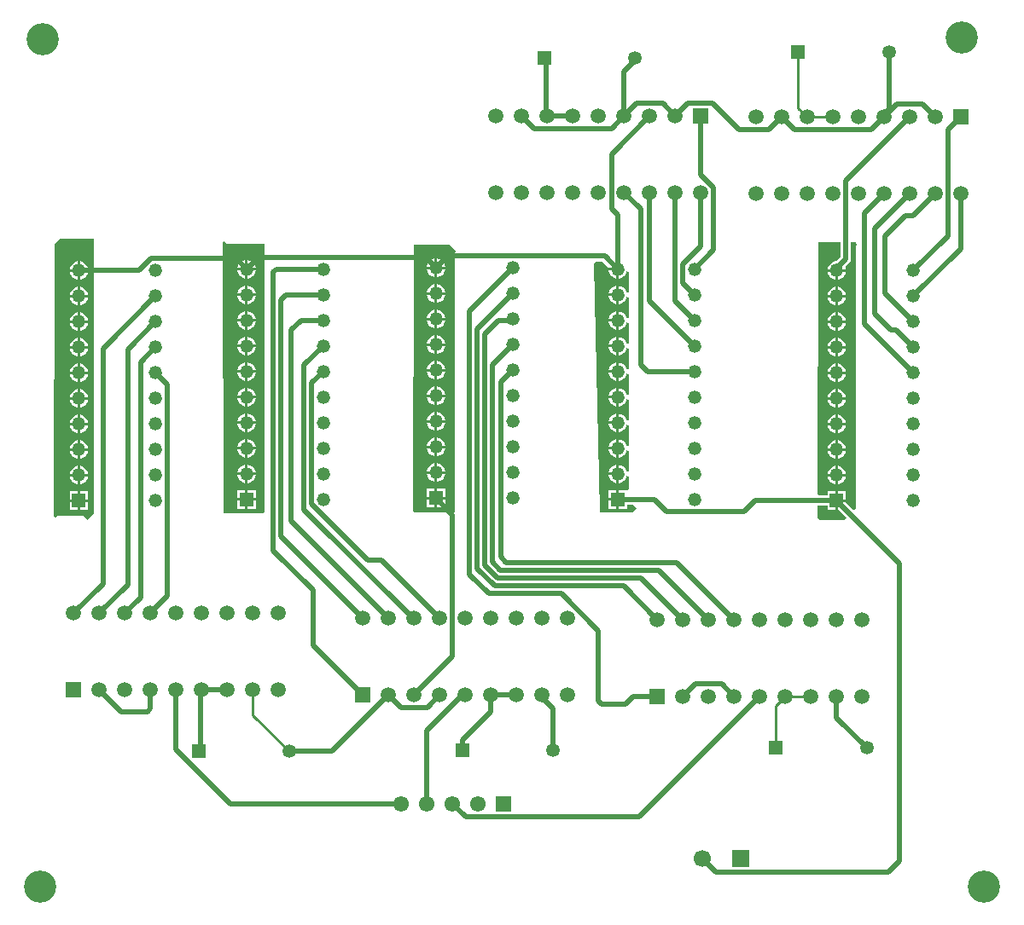
<source format=gtl>
G04*
G04 #@! TF.GenerationSoftware,Altium Limited,Altium Designer,25.2.1 (25)*
G04*
G04 Layer_Physical_Order=1*
G04 Layer_Color=255*
%FSLAX25Y25*%
%MOIN*%
G70*
G04*
G04 #@! TF.SameCoordinates,F99C0EAD-8B59-483C-989D-22E72BE8A830*
G04*
G04*
G04 #@! TF.FilePolarity,Positive*
G04*
G01*
G75*
%ADD13C,0.01000*%
%ADD25C,0.02000*%
%ADD26C,0.12598*%
%ADD27C,0.06693*%
%ADD28R,0.06693X0.06693*%
%ADD29R,0.05906X0.05906*%
%ADD30C,0.05906*%
%ADD31C,0.05315*%
%ADD32R,0.05315X0.05315*%
%ADD33C,0.05200*%
%ADD34R,0.05200X0.05200*%
%ADD35R,0.06102X0.06102*%
%ADD36C,0.06102*%
G36*
X159000Y285000D02*
X156500Y282500D01*
X155000Y284000D01*
X144500D01*
Y283665D01*
X143983Y283254D01*
X143008Y283689D01*
X143500Y390500D01*
X145500Y392500D01*
X159000D01*
Y285000D01*
D02*
G37*
G36*
X211000Y390500D02*
X225500D01*
Y285500D01*
X225000Y285000D01*
X209500D01*
X209006Y391186D01*
X209929Y391571D01*
X211000Y390500D01*
D02*
G37*
G36*
X359951Y381165D02*
X359907Y381000D01*
X363500D01*
Y380500D01*
X364000D01*
Y376907D01*
X364890Y377145D01*
X365710Y377619D01*
X366381Y378290D01*
X366855Y379110D01*
X367000Y379653D01*
X368000Y379521D01*
Y371479D01*
X367000Y371347D01*
X366855Y371890D01*
X366381Y372710D01*
X365710Y373381D01*
X364890Y373855D01*
X364000Y374093D01*
Y370500D01*
Y366907D01*
X364890Y367145D01*
X365710Y367619D01*
X366381Y368290D01*
X366855Y369110D01*
X367000Y369653D01*
X368000Y369521D01*
Y361479D01*
X367000Y361347D01*
X366855Y361890D01*
X366381Y362710D01*
X365710Y363381D01*
X364890Y363855D01*
X364000Y364093D01*
Y360500D01*
Y356907D01*
X364890Y357145D01*
X365710Y357619D01*
X366381Y358290D01*
X366855Y359110D01*
X367000Y359653D01*
X368000Y359521D01*
Y351479D01*
X367000Y351347D01*
X366855Y351890D01*
X366381Y352710D01*
X365710Y353381D01*
X364890Y353855D01*
X364000Y354093D01*
Y350500D01*
Y346907D01*
X364890Y347145D01*
X365710Y347619D01*
X366381Y348290D01*
X366855Y349110D01*
X367000Y349653D01*
X368000Y349521D01*
Y341479D01*
X367000Y341347D01*
X366855Y341890D01*
X366381Y342710D01*
X365710Y343381D01*
X364890Y343855D01*
X364000Y344093D01*
Y340500D01*
Y336907D01*
X364890Y337145D01*
X365710Y337619D01*
X366381Y338290D01*
X366855Y339110D01*
X367000Y339653D01*
X368000Y339521D01*
Y331479D01*
X367000Y331347D01*
X366855Y331890D01*
X366381Y332710D01*
X365710Y333381D01*
X364890Y333855D01*
X364000Y334093D01*
Y330500D01*
Y326907D01*
X364890Y327145D01*
X365710Y327619D01*
X366381Y328290D01*
X366855Y329110D01*
X367000Y329653D01*
X368000Y329521D01*
Y321479D01*
X367000Y321347D01*
X366855Y321890D01*
X366381Y322710D01*
X365710Y323381D01*
X364890Y323855D01*
X364000Y324093D01*
Y320500D01*
Y316907D01*
X364890Y317145D01*
X365710Y317619D01*
X366381Y318290D01*
X366855Y319110D01*
X367000Y319653D01*
X368000Y319521D01*
Y311479D01*
X367000Y311347D01*
X366855Y311890D01*
X366381Y312710D01*
X365710Y313381D01*
X364890Y313855D01*
X364000Y314093D01*
Y310500D01*
Y306907D01*
X364890Y307145D01*
X365710Y307619D01*
X366381Y308290D01*
X366855Y309110D01*
X367000Y309653D01*
X368000Y309521D01*
Y301479D01*
X367000Y301347D01*
X366855Y301890D01*
X366381Y302710D01*
X365710Y303381D01*
X364890Y303855D01*
X364000Y304093D01*
Y300500D01*
Y296907D01*
X364890Y297145D01*
X365710Y297619D01*
X366381Y298290D01*
X366855Y299110D01*
X367000Y299653D01*
X368000Y299521D01*
Y294341D01*
X367100Y294100D01*
Y294100D01*
X364000D01*
Y290500D01*
Y286900D01*
X367100D01*
Y288461D01*
X369539D01*
X371000Y287000D01*
X369500Y285500D01*
X356500D01*
X354171Y382845D01*
X354870Y383561D01*
X357555D01*
X359951Y381165D01*
D02*
G37*
G36*
X300500Y387500D02*
X300000Y387000D01*
Y285500D01*
X284209D01*
X283503Y286209D01*
X284000Y390000D01*
X298000D01*
X300500Y387500D01*
D02*
G37*
G36*
X457000Y390000D02*
X456500Y389500D01*
Y286690D01*
X455576Y286308D01*
X452600Y289284D01*
Y289500D01*
X449500D01*
Y286400D01*
X449716D01*
X452692Y283424D01*
X452310Y282500D01*
X442502D01*
X441506Y283295D01*
X441527Y287961D01*
X445400D01*
Y286400D01*
X448500D01*
Y290000D01*
Y293600D01*
X445400D01*
Y292039D01*
X442255D01*
X441549Y292748D01*
X442000Y391000D01*
X450508D01*
Y385217D01*
X448891Y383600D01*
X448526D01*
X447611Y383355D01*
X446790Y382881D01*
X446119Y382210D01*
X445645Y381390D01*
X445407Y380500D01*
X452593D01*
X452374Y381316D01*
X453989Y382930D01*
X453989Y382930D01*
X454431Y383592D01*
X454586Y384372D01*
Y391000D01*
X456586D01*
X457000Y390000D01*
D02*
G37*
%LPC*%
G36*
X153500Y383593D02*
Y380500D01*
X156593D01*
X156355Y381390D01*
X155881Y382210D01*
X155210Y382881D01*
X154390Y383355D01*
X153500Y383593D01*
D02*
G37*
G36*
X152500D02*
X151610Y383355D01*
X150790Y382881D01*
X150119Y382210D01*
X149645Y381390D01*
X149407Y380500D01*
X152500D01*
Y383593D01*
D02*
G37*
G36*
X156593Y379500D02*
X153500D01*
Y376407D01*
X154390Y376645D01*
X155210Y377119D01*
X155881Y377790D01*
X156355Y378610D01*
X156593Y379500D01*
D02*
G37*
G36*
X152500D02*
X149407D01*
X149645Y378610D01*
X150119Y377790D01*
X150790Y377119D01*
X151610Y376645D01*
X152500Y376407D01*
Y379500D01*
D02*
G37*
G36*
X153500Y373593D02*
Y370500D01*
X156593D01*
X156355Y371390D01*
X155881Y372210D01*
X155210Y372881D01*
X154390Y373355D01*
X153500Y373593D01*
D02*
G37*
G36*
X152500D02*
X151610Y373355D01*
X150790Y372881D01*
X150119Y372210D01*
X149645Y371390D01*
X149407Y370500D01*
X152500D01*
Y373593D01*
D02*
G37*
G36*
X156593Y369500D02*
X153500D01*
Y366407D01*
X154390Y366645D01*
X155210Y367119D01*
X155881Y367790D01*
X156355Y368610D01*
X156593Y369500D01*
D02*
G37*
G36*
X152500D02*
X149407D01*
X149645Y368610D01*
X150119Y367790D01*
X150790Y367119D01*
X151610Y366645D01*
X152500Y366407D01*
Y369500D01*
D02*
G37*
G36*
X153500Y363593D02*
Y360500D01*
X156593D01*
X156355Y361390D01*
X155881Y362210D01*
X155210Y362881D01*
X154390Y363355D01*
X153500Y363593D01*
D02*
G37*
G36*
X152500D02*
X151610Y363355D01*
X150790Y362881D01*
X150119Y362210D01*
X149645Y361390D01*
X149407Y360500D01*
X152500D01*
Y363593D01*
D02*
G37*
G36*
X156593Y359500D02*
X153500D01*
Y356407D01*
X154390Y356645D01*
X155210Y357119D01*
X155881Y357790D01*
X156355Y358610D01*
X156593Y359500D01*
D02*
G37*
G36*
X152500D02*
X149407D01*
X149645Y358610D01*
X150119Y357790D01*
X150790Y357119D01*
X151610Y356645D01*
X152500Y356407D01*
Y359500D01*
D02*
G37*
G36*
X153500Y353593D02*
Y350500D01*
X156593D01*
X156355Y351390D01*
X155881Y352210D01*
X155210Y352881D01*
X154390Y353355D01*
X153500Y353593D01*
D02*
G37*
G36*
X152500D02*
X151610Y353355D01*
X150790Y352881D01*
X150119Y352210D01*
X149645Y351390D01*
X149407Y350500D01*
X152500D01*
Y353593D01*
D02*
G37*
G36*
X156593Y349500D02*
X153500D01*
Y346407D01*
X154390Y346645D01*
X155210Y347119D01*
X155881Y347790D01*
X156355Y348610D01*
X156593Y349500D01*
D02*
G37*
G36*
X152500D02*
X149407D01*
X149645Y348610D01*
X150119Y347790D01*
X150790Y347119D01*
X151610Y346645D01*
X152500Y346407D01*
Y349500D01*
D02*
G37*
G36*
X153500Y343593D02*
Y340500D01*
X156593D01*
X156355Y341390D01*
X155881Y342210D01*
X155210Y342881D01*
X154390Y343355D01*
X153500Y343593D01*
D02*
G37*
G36*
X152500D02*
X151610Y343355D01*
X150790Y342881D01*
X150119Y342210D01*
X149645Y341390D01*
X149407Y340500D01*
X152500D01*
Y343593D01*
D02*
G37*
G36*
X156593Y339500D02*
X153500D01*
Y336407D01*
X154390Y336645D01*
X155210Y337119D01*
X155881Y337790D01*
X156355Y338610D01*
X156593Y339500D01*
D02*
G37*
G36*
X152500D02*
X149407D01*
X149645Y338610D01*
X150119Y337790D01*
X150790Y337119D01*
X151610Y336645D01*
X152500Y336407D01*
Y339500D01*
D02*
G37*
G36*
X153500Y333593D02*
Y330500D01*
X156593D01*
X156355Y331390D01*
X155881Y332210D01*
X155210Y332881D01*
X154390Y333355D01*
X153500Y333593D01*
D02*
G37*
G36*
X152500D02*
X151610Y333355D01*
X150790Y332881D01*
X150119Y332210D01*
X149645Y331390D01*
X149407Y330500D01*
X152500D01*
Y333593D01*
D02*
G37*
G36*
X156593Y329500D02*
X153500D01*
Y326407D01*
X154390Y326645D01*
X155210Y327119D01*
X155881Y327790D01*
X156355Y328610D01*
X156593Y329500D01*
D02*
G37*
G36*
X152500D02*
X149407D01*
X149645Y328610D01*
X150119Y327790D01*
X150790Y327119D01*
X151610Y326645D01*
X152500Y326407D01*
Y329500D01*
D02*
G37*
G36*
X153500Y323593D02*
Y320500D01*
X156593D01*
X156355Y321390D01*
X155881Y322210D01*
X155210Y322881D01*
X154390Y323355D01*
X153500Y323593D01*
D02*
G37*
G36*
X152500D02*
X151610Y323355D01*
X150790Y322881D01*
X150119Y322210D01*
X149645Y321390D01*
X149407Y320500D01*
X152500D01*
Y323593D01*
D02*
G37*
G36*
X156593Y319500D02*
X153500D01*
Y316407D01*
X154390Y316645D01*
X155210Y317119D01*
X155881Y317790D01*
X156355Y318610D01*
X156593Y319500D01*
D02*
G37*
G36*
X152500D02*
X149407D01*
X149645Y318610D01*
X150119Y317790D01*
X150790Y317119D01*
X151610Y316645D01*
X152500Y316407D01*
Y319500D01*
D02*
G37*
G36*
X153500Y313593D02*
Y310500D01*
X156593D01*
X156355Y311390D01*
X155881Y312210D01*
X155210Y312881D01*
X154390Y313355D01*
X153500Y313593D01*
D02*
G37*
G36*
X152500D02*
X151610Y313355D01*
X150790Y312881D01*
X150119Y312210D01*
X149645Y311390D01*
X149407Y310500D01*
X152500D01*
Y313593D01*
D02*
G37*
G36*
X156593Y309500D02*
X153500D01*
Y306407D01*
X154390Y306645D01*
X155210Y307119D01*
X155881Y307790D01*
X156355Y308610D01*
X156593Y309500D01*
D02*
G37*
G36*
X152500D02*
X149407D01*
X149645Y308610D01*
X150119Y307790D01*
X150790Y307119D01*
X151610Y306645D01*
X152500Y306407D01*
Y309500D01*
D02*
G37*
G36*
X153500Y303593D02*
Y300500D01*
X156593D01*
X156355Y301390D01*
X155881Y302210D01*
X155210Y302881D01*
X154390Y303355D01*
X153500Y303593D01*
D02*
G37*
G36*
X152500D02*
X151610Y303355D01*
X150790Y302881D01*
X150119Y302210D01*
X149645Y301390D01*
X149407Y300500D01*
X152500D01*
Y303593D01*
D02*
G37*
G36*
X156593Y299500D02*
X153500D01*
Y296407D01*
X154390Y296645D01*
X155210Y297119D01*
X155881Y297790D01*
X156355Y298610D01*
X156593Y299500D01*
D02*
G37*
G36*
X152500D02*
X149407D01*
X149645Y298610D01*
X150119Y297790D01*
X150790Y297119D01*
X151610Y296645D01*
X152500Y296407D01*
Y299500D01*
D02*
G37*
G36*
X156600Y293600D02*
X153500D01*
Y290500D01*
X156600D01*
Y293600D01*
D02*
G37*
G36*
X152500D02*
X149400D01*
Y290500D01*
X152500D01*
Y293600D01*
D02*
G37*
G36*
X156600Y289500D02*
X153500D01*
Y286400D01*
X156600D01*
Y289500D01*
D02*
G37*
G36*
X152500D02*
X149400D01*
Y286400D01*
X152500D01*
Y289500D01*
D02*
G37*
G36*
X219000Y384093D02*
Y381000D01*
X222093D01*
X221855Y381890D01*
X221381Y382710D01*
X220710Y383381D01*
X219890Y383855D01*
X219000Y384093D01*
D02*
G37*
G36*
X218000D02*
X217110Y383855D01*
X216290Y383381D01*
X215619Y382710D01*
X215145Y381890D01*
X214907Y381000D01*
X218000D01*
Y384093D01*
D02*
G37*
G36*
X222093Y380000D02*
X219000D01*
Y376907D01*
X219890Y377145D01*
X220710Y377619D01*
X221381Y378290D01*
X221855Y379110D01*
X222093Y380000D01*
D02*
G37*
G36*
X218000D02*
X214907D01*
X215145Y379110D01*
X215619Y378290D01*
X216290Y377619D01*
X217110Y377145D01*
X218000Y376907D01*
Y380000D01*
D02*
G37*
G36*
X219000Y374093D02*
Y371000D01*
X222093D01*
X221855Y371890D01*
X221381Y372710D01*
X220710Y373381D01*
X219890Y373855D01*
X219000Y374093D01*
D02*
G37*
G36*
X218000D02*
X217110Y373855D01*
X216290Y373381D01*
X215619Y372710D01*
X215145Y371890D01*
X214907Y371000D01*
X218000D01*
Y374093D01*
D02*
G37*
G36*
X222093Y370000D02*
X219000D01*
Y366907D01*
X219890Y367145D01*
X220710Y367619D01*
X221381Y368290D01*
X221855Y369110D01*
X222093Y370000D01*
D02*
G37*
G36*
X218000D02*
X214907D01*
X215145Y369110D01*
X215619Y368290D01*
X216290Y367619D01*
X217110Y367145D01*
X218000Y366907D01*
Y370000D01*
D02*
G37*
G36*
X219000Y364093D02*
Y361000D01*
X222093D01*
X221855Y361890D01*
X221381Y362710D01*
X220710Y363381D01*
X219890Y363855D01*
X219000Y364093D01*
D02*
G37*
G36*
X218000D02*
X217110Y363855D01*
X216290Y363381D01*
X215619Y362710D01*
X215145Y361890D01*
X214907Y361000D01*
X218000D01*
Y364093D01*
D02*
G37*
G36*
X222093Y360000D02*
X219000D01*
Y356907D01*
X219890Y357145D01*
X220710Y357619D01*
X221381Y358290D01*
X221855Y359110D01*
X222093Y360000D01*
D02*
G37*
G36*
X218000D02*
X214907D01*
X215145Y359110D01*
X215619Y358290D01*
X216290Y357619D01*
X217110Y357145D01*
X218000Y356907D01*
Y360000D01*
D02*
G37*
G36*
X219000Y354093D02*
Y351000D01*
X222093D01*
X221855Y351890D01*
X221381Y352710D01*
X220710Y353381D01*
X219890Y353855D01*
X219000Y354093D01*
D02*
G37*
G36*
X218000D02*
X217110Y353855D01*
X216290Y353381D01*
X215619Y352710D01*
X215145Y351890D01*
X214907Y351000D01*
X218000D01*
Y354093D01*
D02*
G37*
G36*
X222093Y350000D02*
X219000D01*
Y346907D01*
X219890Y347145D01*
X220710Y347619D01*
X221381Y348290D01*
X221855Y349110D01*
X222093Y350000D01*
D02*
G37*
G36*
X218000D02*
X214907D01*
X215145Y349110D01*
X215619Y348290D01*
X216290Y347619D01*
X217110Y347145D01*
X218000Y346907D01*
Y350000D01*
D02*
G37*
G36*
X219000Y344093D02*
Y341000D01*
X222093D01*
X221855Y341890D01*
X221381Y342710D01*
X220710Y343381D01*
X219890Y343855D01*
X219000Y344093D01*
D02*
G37*
G36*
X218000D02*
X217110Y343855D01*
X216290Y343381D01*
X215619Y342710D01*
X215145Y341890D01*
X214907Y341000D01*
X218000D01*
Y344093D01*
D02*
G37*
G36*
X222093Y340000D02*
X219000D01*
Y336907D01*
X219890Y337145D01*
X220710Y337619D01*
X221381Y338290D01*
X221855Y339110D01*
X222093Y340000D01*
D02*
G37*
G36*
X218000D02*
X214907D01*
X215145Y339110D01*
X215619Y338290D01*
X216290Y337619D01*
X217110Y337145D01*
X218000Y336907D01*
Y340000D01*
D02*
G37*
G36*
X219000Y334093D02*
Y331000D01*
X222093D01*
X221855Y331890D01*
X221381Y332710D01*
X220710Y333381D01*
X219890Y333855D01*
X219000Y334093D01*
D02*
G37*
G36*
X218000D02*
X217110Y333855D01*
X216290Y333381D01*
X215619Y332710D01*
X215145Y331890D01*
X214907Y331000D01*
X218000D01*
Y334093D01*
D02*
G37*
G36*
X222093Y330000D02*
X219000D01*
Y326907D01*
X219890Y327145D01*
X220710Y327619D01*
X221381Y328290D01*
X221855Y329110D01*
X222093Y330000D01*
D02*
G37*
G36*
X218000D02*
X214907D01*
X215145Y329110D01*
X215619Y328290D01*
X216290Y327619D01*
X217110Y327145D01*
X218000Y326907D01*
Y330000D01*
D02*
G37*
G36*
X219000Y324093D02*
Y321000D01*
X222093D01*
X221855Y321890D01*
X221381Y322710D01*
X220710Y323381D01*
X219890Y323855D01*
X219000Y324093D01*
D02*
G37*
G36*
X218000D02*
X217110Y323855D01*
X216290Y323381D01*
X215619Y322710D01*
X215145Y321890D01*
X214907Y321000D01*
X218000D01*
Y324093D01*
D02*
G37*
G36*
X222093Y320000D02*
X219000D01*
Y316907D01*
X219890Y317145D01*
X220710Y317619D01*
X221381Y318290D01*
X221855Y319110D01*
X222093Y320000D01*
D02*
G37*
G36*
X218000D02*
X214907D01*
X215145Y319110D01*
X215619Y318290D01*
X216290Y317619D01*
X217110Y317145D01*
X218000Y316907D01*
Y320000D01*
D02*
G37*
G36*
X219000Y314093D02*
Y311000D01*
X222093D01*
X221855Y311890D01*
X221381Y312710D01*
X220710Y313381D01*
X219890Y313855D01*
X219000Y314093D01*
D02*
G37*
G36*
X218000D02*
X217110Y313855D01*
X216290Y313381D01*
X215619Y312710D01*
X215145Y311890D01*
X214907Y311000D01*
X218000D01*
Y314093D01*
D02*
G37*
G36*
X222093Y310000D02*
X219000D01*
Y306907D01*
X219890Y307145D01*
X220710Y307619D01*
X221381Y308290D01*
X221855Y309110D01*
X222093Y310000D01*
D02*
G37*
G36*
X218000D02*
X214907D01*
X215145Y309110D01*
X215619Y308290D01*
X216290Y307619D01*
X217110Y307145D01*
X218000Y306907D01*
Y310000D01*
D02*
G37*
G36*
X219000Y304093D02*
Y301000D01*
X222093D01*
X221855Y301890D01*
X221381Y302710D01*
X220710Y303381D01*
X219890Y303855D01*
X219000Y304093D01*
D02*
G37*
G36*
X218000D02*
X217110Y303855D01*
X216290Y303381D01*
X215619Y302710D01*
X215145Y301890D01*
X214907Y301000D01*
X218000D01*
Y304093D01*
D02*
G37*
G36*
X222093Y300000D02*
X219000D01*
Y296907D01*
X219890Y297145D01*
X220710Y297619D01*
X221381Y298290D01*
X221855Y299110D01*
X222093Y300000D01*
D02*
G37*
G36*
X218000D02*
X214907D01*
X215145Y299110D01*
X215619Y298290D01*
X216290Y297619D01*
X217110Y297145D01*
X218000Y296907D01*
Y300000D01*
D02*
G37*
G36*
X222100Y294100D02*
X219000D01*
Y291000D01*
X222100D01*
Y294100D01*
D02*
G37*
G36*
X218000D02*
X214900D01*
Y291000D01*
X218000D01*
Y294100D01*
D02*
G37*
G36*
X222100Y290000D02*
X219000D01*
Y286900D01*
X222100D01*
Y290000D01*
D02*
G37*
G36*
X218000D02*
X214900D01*
Y286900D01*
X218000D01*
Y290000D01*
D02*
G37*
G36*
X363000Y380000D02*
X359907D01*
X360145Y379110D01*
X360619Y378290D01*
X361290Y377619D01*
X362110Y377145D01*
X363000Y376907D01*
Y380000D01*
D02*
G37*
G36*
Y374093D02*
X362110Y373855D01*
X361290Y373381D01*
X360619Y372710D01*
X360145Y371890D01*
X359907Y371000D01*
X363000D01*
Y374093D01*
D02*
G37*
G36*
Y370000D02*
X359907D01*
X360145Y369110D01*
X360619Y368290D01*
X361290Y367619D01*
X362110Y367145D01*
X363000Y366907D01*
Y370000D01*
D02*
G37*
G36*
Y364093D02*
X362110Y363855D01*
X361290Y363381D01*
X360619Y362710D01*
X360145Y361890D01*
X359907Y361000D01*
X363000D01*
Y364093D01*
D02*
G37*
G36*
Y360000D02*
X359907D01*
X360145Y359110D01*
X360619Y358290D01*
X361290Y357619D01*
X362110Y357145D01*
X363000Y356907D01*
Y360000D01*
D02*
G37*
G36*
Y354093D02*
X362110Y353855D01*
X361290Y353381D01*
X360619Y352710D01*
X360145Y351890D01*
X359907Y351000D01*
X363000D01*
Y354093D01*
D02*
G37*
G36*
Y350000D02*
X359907D01*
X360145Y349110D01*
X360619Y348290D01*
X361290Y347619D01*
X362110Y347145D01*
X363000Y346907D01*
Y350000D01*
D02*
G37*
G36*
Y344093D02*
X362110Y343855D01*
X361290Y343381D01*
X360619Y342710D01*
X360145Y341890D01*
X359907Y341000D01*
X363000D01*
Y344093D01*
D02*
G37*
G36*
Y340000D02*
X359907D01*
X360145Y339110D01*
X360619Y338290D01*
X361290Y337619D01*
X362110Y337145D01*
X363000Y336907D01*
Y340000D01*
D02*
G37*
G36*
Y334093D02*
X362110Y333855D01*
X361290Y333381D01*
X360619Y332710D01*
X360145Y331890D01*
X359907Y331000D01*
X363000D01*
Y334093D01*
D02*
G37*
G36*
Y330000D02*
X359907D01*
X360145Y329110D01*
X360619Y328290D01*
X361290Y327619D01*
X362110Y327145D01*
X363000Y326907D01*
Y330000D01*
D02*
G37*
G36*
Y324093D02*
X362110Y323855D01*
X361290Y323381D01*
X360619Y322710D01*
X360145Y321890D01*
X359907Y321000D01*
X363000D01*
Y324093D01*
D02*
G37*
G36*
Y320000D02*
X359907D01*
X360145Y319110D01*
X360619Y318290D01*
X361290Y317619D01*
X362110Y317145D01*
X363000Y316907D01*
Y320000D01*
D02*
G37*
G36*
Y314093D02*
X362110Y313855D01*
X361290Y313381D01*
X360619Y312710D01*
X360145Y311890D01*
X359907Y311000D01*
X363000D01*
Y314093D01*
D02*
G37*
G36*
Y310000D02*
X359907D01*
X360145Y309110D01*
X360619Y308290D01*
X361290Y307619D01*
X362110Y307145D01*
X363000Y306907D01*
Y310000D01*
D02*
G37*
G36*
Y304093D02*
X362110Y303855D01*
X361290Y303381D01*
X360619Y302710D01*
X360145Y301890D01*
X359907Y301000D01*
X363000D01*
Y304093D01*
D02*
G37*
G36*
Y300000D02*
X359907D01*
X360145Y299110D01*
X360619Y298290D01*
X361290Y297619D01*
X362110Y297145D01*
X363000Y296907D01*
Y300000D01*
D02*
G37*
G36*
Y294100D02*
X359900D01*
Y291000D01*
X363000D01*
Y294100D01*
D02*
G37*
G36*
Y290000D02*
X359900D01*
Y286900D01*
X363000D01*
Y290000D01*
D02*
G37*
G36*
X293000Y384593D02*
Y381500D01*
X296093D01*
X295855Y382390D01*
X295381Y383210D01*
X294710Y383881D01*
X293890Y384355D01*
X293000Y384593D01*
D02*
G37*
G36*
X292000D02*
X291110Y384355D01*
X290290Y383881D01*
X289619Y383210D01*
X289145Y382390D01*
X288907Y381500D01*
X292000D01*
Y384593D01*
D02*
G37*
G36*
X296093Y380500D02*
X293000D01*
Y377407D01*
X293890Y377645D01*
X294710Y378119D01*
X295381Y378790D01*
X295855Y379610D01*
X296093Y380500D01*
D02*
G37*
G36*
X292000D02*
X288907D01*
X289145Y379610D01*
X289619Y378790D01*
X290290Y378119D01*
X291110Y377645D01*
X292000Y377407D01*
Y380500D01*
D02*
G37*
G36*
X293000Y374593D02*
Y371500D01*
X296093D01*
X295855Y372390D01*
X295381Y373210D01*
X294710Y373881D01*
X293890Y374355D01*
X293000Y374593D01*
D02*
G37*
G36*
X292000D02*
X291110Y374355D01*
X290290Y373881D01*
X289619Y373210D01*
X289145Y372390D01*
X288907Y371500D01*
X292000D01*
Y374593D01*
D02*
G37*
G36*
X296093Y370500D02*
X293000D01*
Y367407D01*
X293890Y367645D01*
X294710Y368119D01*
X295381Y368790D01*
X295855Y369610D01*
X296093Y370500D01*
D02*
G37*
G36*
X292000D02*
X288907D01*
X289145Y369610D01*
X289619Y368790D01*
X290290Y368119D01*
X291110Y367645D01*
X292000Y367407D01*
Y370500D01*
D02*
G37*
G36*
X293000Y364593D02*
Y361500D01*
X296093D01*
X295855Y362390D01*
X295381Y363210D01*
X294710Y363881D01*
X293890Y364355D01*
X293000Y364593D01*
D02*
G37*
G36*
X292000D02*
X291110Y364355D01*
X290290Y363881D01*
X289619Y363210D01*
X289145Y362390D01*
X288907Y361500D01*
X292000D01*
Y364593D01*
D02*
G37*
G36*
X296093Y360500D02*
X293000D01*
Y357407D01*
X293890Y357645D01*
X294710Y358119D01*
X295381Y358790D01*
X295855Y359610D01*
X296093Y360500D01*
D02*
G37*
G36*
X292000D02*
X288907D01*
X289145Y359610D01*
X289619Y358790D01*
X290290Y358119D01*
X291110Y357645D01*
X292000Y357407D01*
Y360500D01*
D02*
G37*
G36*
X293000Y354593D02*
Y351500D01*
X296093D01*
X295855Y352390D01*
X295381Y353210D01*
X294710Y353881D01*
X293890Y354355D01*
X293000Y354593D01*
D02*
G37*
G36*
X292000D02*
X291110Y354355D01*
X290290Y353881D01*
X289619Y353210D01*
X289145Y352390D01*
X288907Y351500D01*
X292000D01*
Y354593D01*
D02*
G37*
G36*
X296093Y350500D02*
X293000D01*
Y347407D01*
X293890Y347645D01*
X294710Y348119D01*
X295381Y348790D01*
X295855Y349610D01*
X296093Y350500D01*
D02*
G37*
G36*
X292000D02*
X288907D01*
X289145Y349610D01*
X289619Y348790D01*
X290290Y348119D01*
X291110Y347645D01*
X292000Y347407D01*
Y350500D01*
D02*
G37*
G36*
X293000Y344593D02*
Y341500D01*
X296093D01*
X295855Y342390D01*
X295381Y343210D01*
X294710Y343881D01*
X293890Y344355D01*
X293000Y344593D01*
D02*
G37*
G36*
X292000D02*
X291110Y344355D01*
X290290Y343881D01*
X289619Y343210D01*
X289145Y342390D01*
X288907Y341500D01*
X292000D01*
Y344593D01*
D02*
G37*
G36*
X296093Y340500D02*
X293000D01*
Y337407D01*
X293890Y337645D01*
X294710Y338119D01*
X295381Y338790D01*
X295855Y339610D01*
X296093Y340500D01*
D02*
G37*
G36*
X292000D02*
X288907D01*
X289145Y339610D01*
X289619Y338790D01*
X290290Y338119D01*
X291110Y337645D01*
X292000Y337407D01*
Y340500D01*
D02*
G37*
G36*
X293000Y334593D02*
Y331500D01*
X296093D01*
X295855Y332390D01*
X295381Y333210D01*
X294710Y333881D01*
X293890Y334355D01*
X293000Y334593D01*
D02*
G37*
G36*
X292000D02*
X291110Y334355D01*
X290290Y333881D01*
X289619Y333210D01*
X289145Y332390D01*
X288907Y331500D01*
X292000D01*
Y334593D01*
D02*
G37*
G36*
X296093Y330500D02*
X293000D01*
Y327407D01*
X293890Y327645D01*
X294710Y328119D01*
X295381Y328790D01*
X295855Y329610D01*
X296093Y330500D01*
D02*
G37*
G36*
X292000D02*
X288907D01*
X289145Y329610D01*
X289619Y328790D01*
X290290Y328119D01*
X291110Y327645D01*
X292000Y327407D01*
Y330500D01*
D02*
G37*
G36*
X293000Y324593D02*
Y321500D01*
X296093D01*
X295855Y322390D01*
X295381Y323210D01*
X294710Y323881D01*
X293890Y324355D01*
X293000Y324593D01*
D02*
G37*
G36*
X292000D02*
X291110Y324355D01*
X290290Y323881D01*
X289619Y323210D01*
X289145Y322390D01*
X288907Y321500D01*
X292000D01*
Y324593D01*
D02*
G37*
G36*
X296093Y320500D02*
X293000D01*
Y317407D01*
X293890Y317645D01*
X294710Y318119D01*
X295381Y318790D01*
X295855Y319610D01*
X296093Y320500D01*
D02*
G37*
G36*
X292000D02*
X288907D01*
X289145Y319610D01*
X289619Y318790D01*
X290290Y318119D01*
X291110Y317645D01*
X292000Y317407D01*
Y320500D01*
D02*
G37*
G36*
X293000Y314593D02*
Y311500D01*
X296093D01*
X295855Y312390D01*
X295381Y313210D01*
X294710Y313881D01*
X293890Y314355D01*
X293000Y314593D01*
D02*
G37*
G36*
X292000D02*
X291110Y314355D01*
X290290Y313881D01*
X289619Y313210D01*
X289145Y312390D01*
X288907Y311500D01*
X292000D01*
Y314593D01*
D02*
G37*
G36*
X296093Y310500D02*
X293000D01*
Y307407D01*
X293890Y307645D01*
X294710Y308119D01*
X295381Y308790D01*
X295855Y309610D01*
X296093Y310500D01*
D02*
G37*
G36*
X292000D02*
X288907D01*
X289145Y309610D01*
X289619Y308790D01*
X290290Y308119D01*
X291110Y307645D01*
X292000Y307407D01*
Y310500D01*
D02*
G37*
G36*
X293000Y304593D02*
Y301500D01*
X296093D01*
X295855Y302390D01*
X295381Y303210D01*
X294710Y303881D01*
X293890Y304355D01*
X293000Y304593D01*
D02*
G37*
G36*
X292000D02*
X291110Y304355D01*
X290290Y303881D01*
X289619Y303210D01*
X289145Y302390D01*
X288907Y301500D01*
X292000D01*
Y304593D01*
D02*
G37*
G36*
X296093Y300500D02*
X293000D01*
Y297407D01*
X293890Y297645D01*
X294710Y298119D01*
X295381Y298790D01*
X295855Y299610D01*
X296093Y300500D01*
D02*
G37*
G36*
X292000D02*
X288907D01*
X289145Y299610D01*
X289619Y298790D01*
X290290Y298119D01*
X291110Y297645D01*
X292000Y297407D01*
Y300500D01*
D02*
G37*
G36*
X296100Y294600D02*
X293000D01*
Y291500D01*
X296100D01*
Y294600D01*
D02*
G37*
G36*
X292000D02*
X288900D01*
Y291500D01*
X292000D01*
Y294600D01*
D02*
G37*
G36*
X296100Y290500D02*
X293000D01*
Y287400D01*
X296100D01*
Y290500D01*
D02*
G37*
G36*
X292000D02*
X288900D01*
Y287400D01*
X292000D01*
Y290500D01*
D02*
G37*
G36*
X452593Y379500D02*
X449500D01*
Y376407D01*
X450389Y376645D01*
X451210Y377119D01*
X451881Y377790D01*
X452355Y378610D01*
X452593Y379500D01*
D02*
G37*
G36*
X448500D02*
X445407D01*
X445645Y378610D01*
X446119Y377790D01*
X446790Y377119D01*
X447611Y376645D01*
X448500Y376407D01*
Y379500D01*
D02*
G37*
G36*
X449500Y373593D02*
Y370500D01*
X452593D01*
X452355Y371390D01*
X451881Y372210D01*
X451210Y372881D01*
X450389Y373355D01*
X449500Y373593D01*
D02*
G37*
G36*
X448500D02*
X447611Y373355D01*
X446790Y372881D01*
X446119Y372210D01*
X445645Y371390D01*
X445407Y370500D01*
X448500D01*
Y373593D01*
D02*
G37*
G36*
X452593Y369500D02*
X449500D01*
Y366407D01*
X450389Y366645D01*
X451210Y367119D01*
X451881Y367790D01*
X452355Y368610D01*
X452593Y369500D01*
D02*
G37*
G36*
X448500D02*
X445407D01*
X445645Y368610D01*
X446119Y367790D01*
X446790Y367119D01*
X447611Y366645D01*
X448500Y366407D01*
Y369500D01*
D02*
G37*
G36*
X449500Y363593D02*
Y360500D01*
X452593D01*
X452355Y361390D01*
X451881Y362210D01*
X451210Y362881D01*
X450389Y363355D01*
X449500Y363593D01*
D02*
G37*
G36*
X448500D02*
X447611Y363355D01*
X446790Y362881D01*
X446119Y362210D01*
X445645Y361390D01*
X445407Y360500D01*
X448500D01*
Y363593D01*
D02*
G37*
G36*
X452593Y359500D02*
X449500D01*
Y356407D01*
X450389Y356645D01*
X451210Y357119D01*
X451881Y357790D01*
X452355Y358610D01*
X452593Y359500D01*
D02*
G37*
G36*
X448500D02*
X445407D01*
X445645Y358610D01*
X446119Y357790D01*
X446790Y357119D01*
X447611Y356645D01*
X448500Y356407D01*
Y359500D01*
D02*
G37*
G36*
X449500Y353593D02*
Y350500D01*
X452593D01*
X452355Y351390D01*
X451881Y352210D01*
X451210Y352881D01*
X450389Y353355D01*
X449500Y353593D01*
D02*
G37*
G36*
X448500D02*
X447611Y353355D01*
X446790Y352881D01*
X446119Y352210D01*
X445645Y351390D01*
X445407Y350500D01*
X448500D01*
Y353593D01*
D02*
G37*
G36*
X452593Y349500D02*
X449500D01*
Y346407D01*
X450389Y346645D01*
X451210Y347119D01*
X451881Y347790D01*
X452355Y348610D01*
X452593Y349500D01*
D02*
G37*
G36*
X448500D02*
X445407D01*
X445645Y348610D01*
X446119Y347790D01*
X446790Y347119D01*
X447611Y346645D01*
X448500Y346407D01*
Y349500D01*
D02*
G37*
G36*
X449500Y343593D02*
Y340500D01*
X452593D01*
X452355Y341390D01*
X451881Y342210D01*
X451210Y342881D01*
X450389Y343355D01*
X449500Y343593D01*
D02*
G37*
G36*
X448500D02*
X447611Y343355D01*
X446790Y342881D01*
X446119Y342210D01*
X445645Y341390D01*
X445407Y340500D01*
X448500D01*
Y343593D01*
D02*
G37*
G36*
X452593Y339500D02*
X449500D01*
Y336407D01*
X450389Y336645D01*
X451210Y337119D01*
X451881Y337790D01*
X452355Y338610D01*
X452593Y339500D01*
D02*
G37*
G36*
X448500D02*
X445407D01*
X445645Y338610D01*
X446119Y337790D01*
X446790Y337119D01*
X447611Y336645D01*
X448500Y336407D01*
Y339500D01*
D02*
G37*
G36*
X449500Y333593D02*
Y330500D01*
X452593D01*
X452355Y331390D01*
X451881Y332210D01*
X451210Y332881D01*
X450389Y333355D01*
X449500Y333593D01*
D02*
G37*
G36*
X448500D02*
X447611Y333355D01*
X446790Y332881D01*
X446119Y332210D01*
X445645Y331390D01*
X445407Y330500D01*
X448500D01*
Y333593D01*
D02*
G37*
G36*
X452593Y329500D02*
X449500D01*
Y326407D01*
X450389Y326645D01*
X451210Y327119D01*
X451881Y327790D01*
X452355Y328610D01*
X452593Y329500D01*
D02*
G37*
G36*
X448500D02*
X445407D01*
X445645Y328610D01*
X446119Y327790D01*
X446790Y327119D01*
X447611Y326645D01*
X448500Y326407D01*
Y329500D01*
D02*
G37*
G36*
X449500Y323593D02*
Y320500D01*
X452593D01*
X452355Y321390D01*
X451881Y322210D01*
X451210Y322881D01*
X450389Y323355D01*
X449500Y323593D01*
D02*
G37*
G36*
X448500D02*
X447611Y323355D01*
X446790Y322881D01*
X446119Y322210D01*
X445645Y321390D01*
X445407Y320500D01*
X448500D01*
Y323593D01*
D02*
G37*
G36*
X452593Y319500D02*
X449500D01*
Y316407D01*
X450389Y316645D01*
X451210Y317119D01*
X451881Y317790D01*
X452355Y318610D01*
X452593Y319500D01*
D02*
G37*
G36*
X448500D02*
X445407D01*
X445645Y318610D01*
X446119Y317790D01*
X446790Y317119D01*
X447611Y316645D01*
X448500Y316407D01*
Y319500D01*
D02*
G37*
G36*
X449500Y313593D02*
Y310500D01*
X452593D01*
X452355Y311390D01*
X451881Y312210D01*
X451210Y312881D01*
X450389Y313355D01*
X449500Y313593D01*
D02*
G37*
G36*
X448500D02*
X447611Y313355D01*
X446790Y312881D01*
X446119Y312210D01*
X445645Y311390D01*
X445407Y310500D01*
X448500D01*
Y313593D01*
D02*
G37*
G36*
X452593Y309500D02*
X449500D01*
Y306407D01*
X450389Y306645D01*
X451210Y307119D01*
X451881Y307790D01*
X452355Y308610D01*
X452593Y309500D01*
D02*
G37*
G36*
X448500D02*
X445407D01*
X445645Y308610D01*
X446119Y307790D01*
X446790Y307119D01*
X447611Y306645D01*
X448500Y306407D01*
Y309500D01*
D02*
G37*
G36*
X449500Y303593D02*
Y300500D01*
X452593D01*
X452355Y301390D01*
X451881Y302210D01*
X451210Y302881D01*
X450389Y303355D01*
X449500Y303593D01*
D02*
G37*
G36*
X448500D02*
X447611Y303355D01*
X446790Y302881D01*
X446119Y302210D01*
X445645Y301390D01*
X445407Y300500D01*
X448500D01*
Y303593D01*
D02*
G37*
G36*
X452593Y299500D02*
X449500D01*
Y296407D01*
X450389Y296645D01*
X451210Y297119D01*
X451881Y297790D01*
X452355Y298610D01*
X452593Y299500D01*
D02*
G37*
G36*
X448500D02*
X445407D01*
X445645Y298610D01*
X446119Y297790D01*
X446790Y297119D01*
X447611Y296645D01*
X448500Y296407D01*
Y299500D01*
D02*
G37*
G36*
X452600Y293600D02*
X449500D01*
Y290500D01*
X452600D01*
Y293600D01*
D02*
G37*
%LPD*%
D13*
X437500Y440000D02*
X447500D01*
X434000Y443500D02*
X437500Y440000D01*
X434000Y443500D02*
Y465500D01*
X429000Y213500D02*
X439000D01*
X425283Y209784D02*
X429000Y213500D01*
X425283Y193500D02*
Y209784D01*
X221000Y206217D02*
Y216000D01*
Y206217D02*
X235216Y192000D01*
D25*
X400578Y445453D02*
X410983Y435047D01*
X390953Y445453D02*
X400578D01*
X386000Y440500D02*
X390953Y445453D01*
X396000Y417504D02*
Y440500D01*
Y417504D02*
X400953Y412551D01*
X422547Y435047D02*
X427500Y440000D01*
X410983Y435047D02*
X422547D01*
X467500Y440000D02*
X472453Y444953D01*
X400953Y387953D02*
Y412551D01*
X366000Y440500D02*
X370953Y445453D01*
X381047D01*
X386000Y440500D01*
X361047Y404154D02*
Y425547D01*
X376000Y440500D01*
X361047Y404154D02*
X363500Y401702D01*
X472453Y444953D02*
X482547D01*
X487500Y440000D01*
X449000Y380000D02*
Y380825D01*
X452547Y384372D01*
Y415047D01*
X477500Y440000D01*
X462547Y435047D02*
X467500Y440000D01*
X432453Y435047D02*
X462547D01*
X427500Y440000D02*
X432453Y435047D01*
X492453Y434953D02*
X497500Y440000D01*
X492453Y393453D02*
Y434953D01*
X479000Y380000D02*
X492453Y393453D01*
X497500Y388500D02*
Y410000D01*
X479000Y370000D02*
X497500Y388500D01*
X478876Y401376D02*
X487500Y410000D01*
X475876Y401376D02*
X478876D01*
X468000Y393500D02*
X475876Y401376D01*
X468000Y371000D02*
Y393500D01*
Y371000D02*
X479000Y360000D01*
X472194Y356806D02*
X479000Y350000D01*
X470194Y356806D02*
X472194D01*
X464000Y363000D02*
X470194Y356806D01*
X464000Y363000D02*
Y396500D01*
X477500Y410000D01*
X460000Y402500D02*
X467500Y410000D01*
X460000Y359000D02*
Y402500D01*
Y359000D02*
X479000Y340000D01*
X363500Y380500D02*
Y401702D01*
X366000Y410500D02*
X372500Y404000D01*
Y343172D02*
Y404000D01*
X336000Y440500D02*
X346000D01*
X361047Y435547D02*
X366000Y440500D01*
X330953Y435547D02*
X361047D01*
X326000Y440500D02*
X330953Y435547D01*
X467500Y440000D02*
Y441057D01*
X469433Y442990D01*
Y465500D01*
X393500Y380500D02*
X400953Y387953D01*
X396000Y389505D02*
Y410500D01*
X388900Y382405D02*
X396000Y389505D01*
X388900Y378595D02*
Y382405D01*
Y378595D02*
X389000Y378495D01*
Y375000D02*
Y378495D01*
Y375000D02*
X393500Y370500D01*
X385900Y377352D02*
X386000Y377252D01*
X385900Y377352D02*
Y383648D01*
X386000Y383748D01*
Y368000D02*
Y377252D01*
Y383748D02*
Y410500D01*
Y368000D02*
X393500Y360500D01*
X376000Y368000D02*
Y410500D01*
Y368000D02*
X393500Y350500D01*
X375172Y340500D02*
X393500D01*
X372500Y343172D02*
X375172Y340500D01*
X417026Y290000D02*
X449000D01*
X412926Y285900D02*
X417026Y290000D01*
X382553Y285900D02*
X412926D01*
X377953Y290500D02*
X382553Y285900D01*
X363500Y290500D02*
X377953D01*
X358400Y385600D02*
X363500Y380500D01*
X335392Y441108D02*
X336000Y440500D01*
X335392Y441108D02*
Y462392D01*
X334784Y463000D02*
X335392Y462392D01*
X366000Y440500D02*
Y457886D01*
X370216Y462103D01*
Y463000D01*
X404047Y218453D02*
X409000Y213500D01*
X393953Y218453D02*
X404047D01*
X389000Y213500D02*
X393953Y218453D01*
X449000Y205217D02*
Y213500D01*
Y205217D02*
X460716Y193500D01*
X449000Y290000D02*
X473500Y265500D01*
Y149000D02*
Y265500D01*
X469153Y144653D02*
X473500Y149000D01*
X401847Y144653D02*
X469153D01*
X396500Y150000D02*
X401847Y144653D01*
X317900Y336400D02*
X322500Y341000D01*
X317900Y267971D02*
Y336400D01*
Y267971D02*
X320000Y265871D01*
X386629D01*
X409000Y243500D01*
X379629Y262871D02*
X399000Y243500D01*
X372629Y259871D02*
X389000Y243500D01*
X315388Y256611D02*
X365889D01*
X316371Y259871D02*
X372629D01*
X313060Y253611D02*
X341393D01*
X317614Y262871D02*
X379629D01*
X341393Y253611D02*
X356000Y239004D01*
X365889Y256611D02*
X379000Y243500D01*
X314500Y265985D02*
X317614Y262871D01*
X314500Y265985D02*
Y343000D01*
X322500Y351000D01*
X321900Y360400D02*
X322500Y361000D01*
X316900Y360400D02*
X321900D01*
X311500Y355000D02*
X316900Y360400D01*
X311500Y264743D02*
Y355000D01*
Y264743D02*
X316371Y259871D01*
X308500Y263500D02*
X315388Y256611D01*
X308500Y263500D02*
Y357000D01*
X322500Y371000D01*
X356000Y211672D02*
Y239004D01*
X297100Y385600D02*
X358400D01*
X292500Y381000D02*
X297100Y385600D01*
X369586Y213500D02*
X379000D01*
X366586Y210500D02*
X369586Y213500D01*
X357172Y210500D02*
X366586D01*
X356000Y211672D02*
X357172Y210500D01*
X305500Y261172D02*
X313060Y253611D01*
X305500Y261172D02*
Y364000D01*
X322500Y381000D01*
X201000Y216000D02*
X211000D01*
X314000Y214000D02*
X324000D01*
X302783Y192500D02*
X303000Y192717D01*
Y196500D01*
X314000Y207500D01*
Y214000D01*
X289000Y171500D02*
Y200000D01*
X338216Y192500D02*
Y208727D01*
X334000Y212943D02*
X338216Y208727D01*
X334000Y212943D02*
Y214000D01*
X289047Y209047D02*
X294000Y214000D01*
X278953Y209047D02*
X289047D01*
X274000Y214000D02*
X278953Y209047D01*
X235216Y192000D02*
X252000D01*
X274000Y214000D01*
X284000D02*
X298953Y228953D01*
Y284547D01*
X292500Y291000D02*
X298953Y284547D01*
X271329Y266671D02*
X294000Y244000D01*
X265824Y266671D02*
X271329D01*
X243900Y288595D02*
X265824Y266671D01*
X243900Y288595D02*
Y292405D01*
X244000Y292505D01*
Y298495D01*
X243900Y298595D02*
X244000Y298495D01*
X243900Y298595D02*
Y302405D01*
X244000Y302505D01*
Y308495D01*
X243900Y308595D02*
X244000Y308495D01*
X243900Y308595D02*
Y312405D01*
X244000Y312505D01*
Y318495D01*
X243900Y318595D02*
X244000Y318495D01*
X243900Y318595D02*
Y322405D01*
X244000Y322505D01*
Y328495D01*
X243900Y328595D02*
X244000Y328495D01*
X243900Y328595D02*
Y332405D01*
X244000Y332505D01*
Y336000D01*
X248500Y340500D01*
X240900Y293648D02*
X241000Y293748D01*
X240900Y287352D02*
Y293648D01*
Y287352D02*
X241000Y287252D01*
Y293748D02*
Y297252D01*
Y286500D02*
Y287252D01*
X240900Y303648D02*
X241000Y303748D01*
X240900Y297352D02*
Y303648D01*
Y297352D02*
X241000Y297252D01*
Y303748D02*
Y307252D01*
X240900Y313648D02*
X241000Y313748D01*
X240900Y307352D02*
Y313648D01*
Y307352D02*
X241000Y307252D01*
Y313748D02*
Y317252D01*
Y323748D02*
Y327252D01*
Y333748D02*
Y343000D01*
X240900Y317352D02*
X241000Y317252D01*
X240900Y327352D02*
Y333648D01*
Y323648D02*
X241000Y323748D01*
X240900Y333648D02*
X241000Y333748D01*
X240900Y327352D02*
X241000Y327252D01*
X240900Y317352D02*
Y323648D01*
X283500Y244000D02*
X284000D01*
X241000Y286500D02*
X283500Y244000D01*
X241000Y343000D02*
X248500Y350500D01*
X239672Y360500D02*
X248500D01*
X236000Y356828D02*
X239672Y360500D01*
X236000Y282000D02*
Y356828D01*
Y282000D02*
X274000Y244000D01*
X232000Y276000D02*
X264000Y244000D01*
X232000Y276000D02*
Y368500D01*
X234000Y370500D01*
X248500D01*
X229000Y270500D02*
X244524Y254976D01*
X229000Y270500D02*
Y379328D01*
X244524Y233476D02*
Y254976D01*
Y233476D02*
X264000Y214000D01*
X230172Y380500D02*
X248500D01*
X229000Y379328D02*
X230172Y380500D01*
X218500D02*
X223100Y385100D01*
X288400D01*
X292500Y381000D01*
X181000Y208672D02*
Y216000D01*
X179828Y207500D02*
X181000Y208672D01*
X169500Y207500D02*
X179828D01*
X161000Y216000D02*
X169500Y207500D01*
X304051Y166449D02*
X371949D01*
X299000Y171500D02*
X304051Y166449D01*
X371949D02*
X419000Y213500D01*
X303000Y214000D02*
X304000D01*
X289000Y200000D02*
X303000Y214000D01*
X212140Y171500D02*
X279000D01*
X191000Y192640D02*
X212140Y171500D01*
X191000Y192640D02*
Y216000D01*
X199784Y192000D02*
X200392Y192608D01*
Y215392D01*
X201000Y216000D01*
X181000Y246000D02*
X187600Y252600D01*
Y335400D01*
X183000Y340000D02*
X187600Y335400D01*
X177067Y252067D02*
Y344068D01*
X171000Y246000D02*
X177067Y252067D01*
X172067Y257067D02*
Y349067D01*
X177067Y344068D02*
X183000Y350000D01*
X161000Y246000D02*
X172067Y257067D01*
Y349067D02*
X183000Y360000D01*
X162500Y257500D02*
Y349500D01*
X151000Y246000D02*
X162500Y257500D01*
Y349500D02*
X183000Y370000D01*
X176495Y380000D02*
X181095Y384600D01*
X214400D01*
X218500Y380500D01*
X153000Y380000D02*
X176495D01*
D26*
X498000Y471000D02*
D03*
X139000Y470500D02*
D03*
X506500Y139000D02*
D03*
X138000D02*
D03*
D27*
X396500Y150000D02*
D03*
D28*
X411500D02*
D03*
D29*
X497500Y440000D02*
D03*
X151000Y216000D02*
D03*
X379000Y213500D02*
D03*
X264000Y214000D02*
D03*
X396000Y440500D02*
D03*
D30*
X487500Y440000D02*
D03*
X477500D02*
D03*
X467500D02*
D03*
X457500D02*
D03*
X447500D02*
D03*
X437500D02*
D03*
X427500D02*
D03*
X417500D02*
D03*
X497500Y410000D02*
D03*
X487500D02*
D03*
X477500D02*
D03*
X467500D02*
D03*
X457500D02*
D03*
X447500D02*
D03*
X437500D02*
D03*
X427500D02*
D03*
X417500D02*
D03*
X231000Y246000D02*
D03*
X221000D02*
D03*
X211000D02*
D03*
X201000D02*
D03*
X191000D02*
D03*
X181000D02*
D03*
X171000D02*
D03*
X161000D02*
D03*
X151000D02*
D03*
X231000Y216000D02*
D03*
X221000D02*
D03*
X211000D02*
D03*
X201000D02*
D03*
X191000D02*
D03*
X181000D02*
D03*
X171000D02*
D03*
X161000D02*
D03*
X389000Y213500D02*
D03*
X399000D02*
D03*
X409000D02*
D03*
X419000D02*
D03*
X429000D02*
D03*
X439000D02*
D03*
X449000D02*
D03*
X459000D02*
D03*
X379000Y243500D02*
D03*
X389000D02*
D03*
X399000D02*
D03*
X409000D02*
D03*
X419000D02*
D03*
X429000D02*
D03*
X439000D02*
D03*
X449000D02*
D03*
X459000D02*
D03*
X274000Y214000D02*
D03*
X284000D02*
D03*
X294000D02*
D03*
X304000D02*
D03*
X314000D02*
D03*
X324000D02*
D03*
X334000D02*
D03*
X344000D02*
D03*
X264000Y244000D02*
D03*
X274000D02*
D03*
X284000D02*
D03*
X294000D02*
D03*
X304000D02*
D03*
X314000D02*
D03*
X324000D02*
D03*
X334000D02*
D03*
X344000D02*
D03*
X386000Y440500D02*
D03*
X376000D02*
D03*
X366000D02*
D03*
X356000D02*
D03*
X346000D02*
D03*
X336000D02*
D03*
X326000D02*
D03*
X316000D02*
D03*
X396000Y410500D02*
D03*
X386000D02*
D03*
X376000D02*
D03*
X366000D02*
D03*
X356000D02*
D03*
X346000D02*
D03*
X336000D02*
D03*
X326000D02*
D03*
X316000D02*
D03*
D31*
X460716Y193500D02*
D03*
X370216Y463000D02*
D03*
X338216Y192500D02*
D03*
X469433Y465500D02*
D03*
X235216Y192000D02*
D03*
D32*
X425283Y193500D02*
D03*
X334784Y463000D02*
D03*
X302783Y192500D02*
D03*
X434000Y465500D02*
D03*
X199784Y192000D02*
D03*
D33*
X248500Y290500D02*
D03*
Y300500D02*
D03*
Y310500D02*
D03*
Y320500D02*
D03*
Y330500D02*
D03*
Y340500D02*
D03*
Y350500D02*
D03*
Y360500D02*
D03*
Y370500D02*
D03*
Y380500D02*
D03*
X218500D02*
D03*
Y370500D02*
D03*
Y360500D02*
D03*
Y350500D02*
D03*
Y340500D02*
D03*
Y330500D02*
D03*
Y320500D02*
D03*
Y310500D02*
D03*
Y300500D02*
D03*
X292500Y301000D02*
D03*
Y311000D02*
D03*
Y321000D02*
D03*
Y331000D02*
D03*
Y341000D02*
D03*
Y351000D02*
D03*
Y361000D02*
D03*
Y371000D02*
D03*
Y381000D02*
D03*
X322500D02*
D03*
Y371000D02*
D03*
Y361000D02*
D03*
Y351000D02*
D03*
Y341000D02*
D03*
Y331000D02*
D03*
Y321000D02*
D03*
Y311000D02*
D03*
Y301000D02*
D03*
Y291000D02*
D03*
X363500Y300500D02*
D03*
Y310500D02*
D03*
Y320500D02*
D03*
Y330500D02*
D03*
Y340500D02*
D03*
Y350500D02*
D03*
Y360500D02*
D03*
Y370500D02*
D03*
Y380500D02*
D03*
X393500D02*
D03*
Y370500D02*
D03*
Y360500D02*
D03*
Y350500D02*
D03*
Y340500D02*
D03*
Y330500D02*
D03*
Y320500D02*
D03*
Y310500D02*
D03*
Y300500D02*
D03*
Y290500D02*
D03*
X183000Y290000D02*
D03*
Y300000D02*
D03*
Y310000D02*
D03*
Y320000D02*
D03*
Y330000D02*
D03*
Y340000D02*
D03*
Y350000D02*
D03*
Y360000D02*
D03*
Y370000D02*
D03*
Y380000D02*
D03*
X153000D02*
D03*
Y370000D02*
D03*
Y360000D02*
D03*
Y350000D02*
D03*
Y340000D02*
D03*
Y330000D02*
D03*
Y320000D02*
D03*
Y310000D02*
D03*
Y300000D02*
D03*
X479000Y290000D02*
D03*
Y300000D02*
D03*
Y310000D02*
D03*
Y320000D02*
D03*
Y330000D02*
D03*
Y340000D02*
D03*
Y350000D02*
D03*
Y360000D02*
D03*
Y370000D02*
D03*
Y380000D02*
D03*
X449000D02*
D03*
Y370000D02*
D03*
Y360000D02*
D03*
Y350000D02*
D03*
Y340000D02*
D03*
Y330000D02*
D03*
Y320000D02*
D03*
Y310000D02*
D03*
Y300000D02*
D03*
D34*
X218500Y290500D02*
D03*
X292500Y291000D02*
D03*
X363500Y290500D02*
D03*
X153000Y290000D02*
D03*
X449000D02*
D03*
D35*
X319000Y171500D02*
D03*
D36*
X309000D02*
D03*
X299000D02*
D03*
X289000D02*
D03*
X279000D02*
D03*
M02*

</source>
